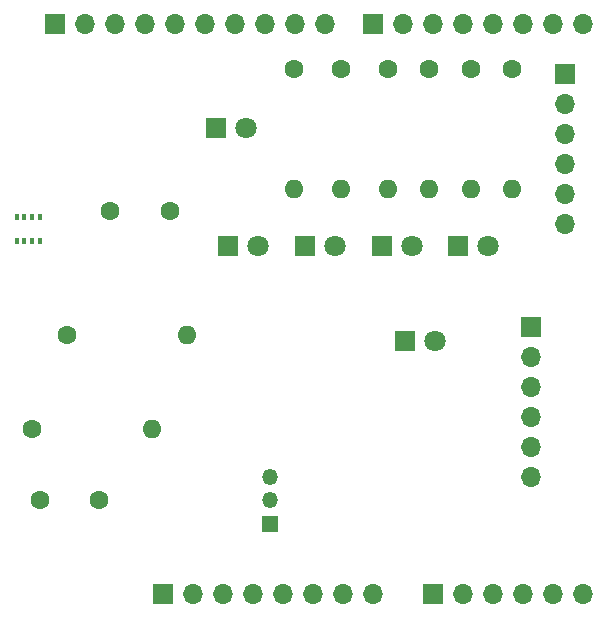
<source format=gbr>
%TF.GenerationSoftware,KiCad,Pcbnew,8.0.8*%
%TF.CreationDate,2025-03-12T21:02:30-06:00*%
%TF.ProjectId,PhaseD,50686173-6544-42e6-9b69-6361645f7063,rev?*%
%TF.SameCoordinates,Original*%
%TF.FileFunction,Soldermask,Top*%
%TF.FilePolarity,Negative*%
%FSLAX46Y46*%
G04 Gerber Fmt 4.6, Leading zero omitted, Abs format (unit mm)*
G04 Created by KiCad (PCBNEW 8.0.8) date 2025-03-12 21:02:30*
%MOMM*%
%LPD*%
G01*
G04 APERTURE LIST*
%ADD10R,1.700000X1.700000*%
%ADD11O,1.700000X1.700000*%
%ADD12R,1.800000X1.800000*%
%ADD13C,1.800000*%
%ADD14R,0.355600X0.508000*%
%ADD15C,1.600000*%
%ADD16O,1.600000X1.600000*%
%ADD17R,1.350000X1.350000*%
%ADD18O,1.350000X1.350000*%
G04 APERTURE END LIST*
D10*
%TO.C,J1*%
X127940000Y-97460000D03*
D11*
X130480000Y-97460000D03*
X133020000Y-97460000D03*
X135560000Y-97460000D03*
X138100000Y-97460000D03*
X140640000Y-97460000D03*
X143180000Y-97460000D03*
X145720000Y-97460000D03*
%TD*%
D10*
%TO.C,J3*%
X150800000Y-97460000D03*
D11*
X153340000Y-97460000D03*
X155880000Y-97460000D03*
X158420000Y-97460000D03*
X160960000Y-97460000D03*
X163500000Y-97460000D03*
%TD*%
D10*
%TO.C,J2*%
X118796000Y-49200000D03*
D11*
X121336000Y-49200000D03*
X123876000Y-49200000D03*
X126416000Y-49200000D03*
X128956000Y-49200000D03*
X131496000Y-49200000D03*
X134036000Y-49200000D03*
X136576000Y-49200000D03*
X139116000Y-49200000D03*
X141656000Y-49200000D03*
%TD*%
D10*
%TO.C,J4*%
X145720000Y-49200000D03*
D11*
X148260000Y-49200000D03*
X150800000Y-49200000D03*
X153340000Y-49200000D03*
X155880000Y-49200000D03*
X158420000Y-49200000D03*
X160960000Y-49200000D03*
X163500000Y-49200000D03*
%TD*%
D12*
%TO.C,D2*%
X148460000Y-76000000D03*
D13*
X151000000Y-76000000D03*
%TD*%
D14*
%TO.C,U1*%
X115550002Y-67549998D03*
X116200000Y-67549998D03*
X116850002Y-67549998D03*
X117500000Y-67549998D03*
X117500000Y-65500000D03*
X116850002Y-65500000D03*
X116200000Y-65500000D03*
X115550002Y-65500000D03*
%TD*%
D15*
%TO.C,R1*%
X157500000Y-53000000D03*
D16*
X157500000Y-63160000D03*
%TD*%
D15*
%TO.C,C2*%
X117500000Y-89500000D03*
X122500000Y-89500000D03*
%TD*%
%TO.C,R6*%
X139000000Y-53000000D03*
D16*
X139000000Y-63160000D03*
%TD*%
D15*
%TO.C,R2*%
X154000000Y-53000000D03*
D16*
X154000000Y-63160000D03*
%TD*%
D12*
%TO.C,D1*%
X152960000Y-68000000D03*
D13*
X155500000Y-68000000D03*
%TD*%
D15*
%TO.C,R7*%
X116840000Y-83500000D03*
D16*
X127000000Y-83500000D03*
%TD*%
D17*
%TO.C,J7*%
X137000000Y-91500000D03*
D18*
X137000000Y-89500000D03*
X137000000Y-87500000D03*
%TD*%
D10*
%TO.C,J5*%
X162000000Y-53420000D03*
D11*
X162000000Y-55960000D03*
X162000000Y-58500000D03*
X162000000Y-61040000D03*
X162000000Y-63580000D03*
X162000000Y-66120000D03*
%TD*%
D15*
%TO.C,R3*%
X150500000Y-53000000D03*
D16*
X150500000Y-63160000D03*
%TD*%
D15*
%TO.C,C1*%
X123500000Y-65000000D03*
X128500000Y-65000000D03*
%TD*%
D12*
%TO.C,D5*%
X133460000Y-68000000D03*
D13*
X136000000Y-68000000D03*
%TD*%
D12*
%TO.C,D3*%
X146460000Y-68000000D03*
D13*
X149000000Y-68000000D03*
%TD*%
D15*
%TO.C,R5*%
X143000000Y-53000000D03*
D16*
X143000000Y-63160000D03*
%TD*%
D12*
%TO.C,D6*%
X132460000Y-58000000D03*
D13*
X135000000Y-58000000D03*
%TD*%
D12*
%TO.C,D4*%
X139960000Y-68000000D03*
D13*
X142500000Y-68000000D03*
%TD*%
D15*
%TO.C,R4*%
X147000000Y-53000000D03*
D16*
X147000000Y-63160000D03*
%TD*%
D15*
%TO.C,R8*%
X119840000Y-75500000D03*
D16*
X130000000Y-75500000D03*
%TD*%
D10*
%TO.C,J6*%
X159110000Y-74800000D03*
D11*
X159110000Y-77340000D03*
X159110000Y-79880000D03*
X159110000Y-82420000D03*
X159110000Y-84960000D03*
X159110000Y-87500000D03*
%TD*%
M02*

</source>
